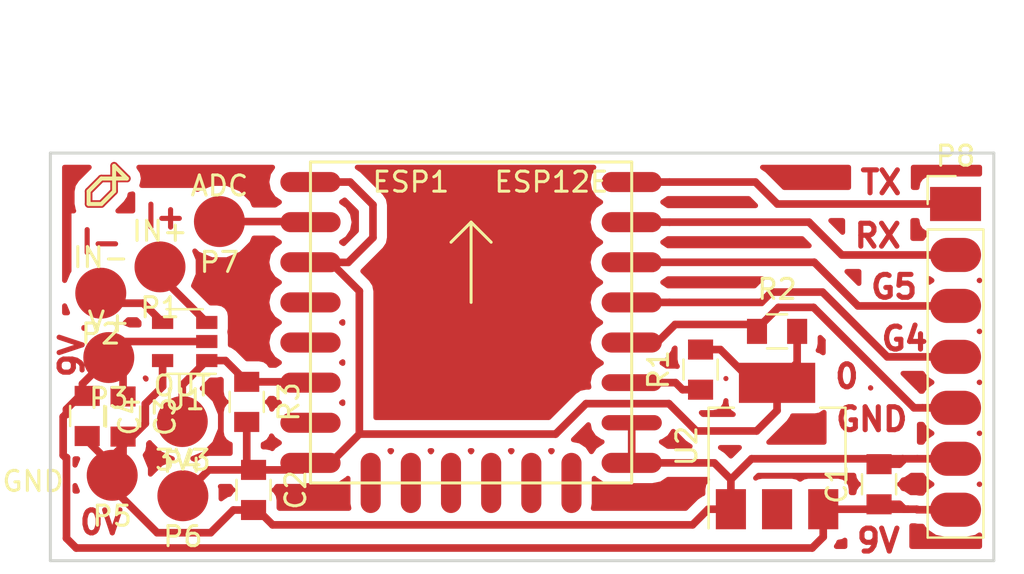
<source format=kicad_pcb>
(kicad_pcb (version 4) (host pcbnew 4.0.5-e0-6337~49~ubuntu16.04.1)

  (general
    (links 37)
    (no_connects 1)
    (area 50.575191 49.773999 102.091715 79.211)
    (thickness 1.6)
    (drawings 24)
    (tracks 133)
    (zones 0)
    (modules 18)
    (nets 23)
  )

  (page User 150.012 150.012)
  (layers
    (0 F.Cu signal)
    (31 B.Cu signal)
    (32 B.Adhes user)
    (33 F.Adhes user)
    (34 B.Paste user)
    (35 F.Paste user)
    (36 B.SilkS user)
    (37 F.SilkS user)
    (38 B.Mask user)
    (39 F.Mask user)
    (40 Dwgs.User user)
    (41 Cmts.User user)
    (42 Eco1.User user)
    (43 Eco2.User user)
    (44 Edge.Cuts user)
    (45 Margin user)
    (46 B.CrtYd user)
    (47 F.CrtYd user)
    (48 B.Fab user)
    (49 F.Fab user)
  )

  (setup
    (last_trace_width 0.381)
    (trace_clearance 0.381)
    (zone_clearance 0.508)
    (zone_45_only no)
    (trace_min 0.2)
    (segment_width 0.2)
    (edge_width 0.15)
    (via_size 0.6)
    (via_drill 0.4)
    (via_min_size 0.4)
    (via_min_drill 0.3)
    (uvia_size 0.3)
    (uvia_drill 0.1)
    (uvias_allowed no)
    (uvia_min_size 0)
    (uvia_min_drill 0)
    (pcb_text_width 0.254)
    (pcb_text_size 1.143 1.143)
    (mod_edge_width 0.15)
    (mod_text_size 1 1)
    (mod_text_width 0.15)
    (pad_size 3 0.762)
    (pad_drill 0)
    (pad_to_mask_clearance 0.2)
    (aux_axis_origin 0 0)
    (visible_elements FFFFFF7F)
    (pcbplotparams
      (layerselection 0x00000_00000001)
      (usegerberextensions false)
      (excludeedgelayer true)
      (linewidth 0.100000)
      (plotframeref false)
      (viasonmask false)
      (mode 1)
      (useauxorigin false)
      (hpglpennumber 1)
      (hpglpenspeed 20)
      (hpglpendiameter 15)
      (hpglpenoverlay 2)
      (psnegative false)
      (psa4output false)
      (plotreference true)
      (plotvalue true)
      (plotinvisibletext false)
      (padsonsilk false)
      (subtractmaskfromsilk false)
      (outputformat 2)
      (mirror false)
      (drillshape 0)
      (scaleselection 1)
      (outputdirectory ""))
  )

  (net 0 "")
  (net 1 +5V)
  (net 2 GND)
  (net 3 +3V3)
  (net 4 "Net-(ESP1-Pad2)")
  (net 5 "Net-(ESP1-Pad4)")
  (net 6 "Net-(ESP1-Pad5)")
  (net 7 "Net-(ESP1-Pad6)")
  (net 8 "Net-(ESP1-Pad7)")
  (net 9 "Net-(ESP1-Pad9)")
  (net 10 "Net-(ESP1-Pad10)")
  (net 11 "Net-(ESP1-Pad11)")
  (net 12 "Net-(ESP1-Pad12)")
  (net 13 "Net-(ESP1-Pad13)")
  (net 14 "Net-(ESP1-Pad14)")
  (net 15 "Net-(ESP1-Pad17)")
  (net 16 "Net-(ESP1-Pad18)")
  (net 17 "Net-(ESP1-Pad19)")
  (net 18 "Net-(ESP1-Pad20)")
  (net 19 "Net-(ESP1-Pad21)")
  (net 20 "Net-(ESP1-Pad22)")
  (net 21 "Net-(P1-Pad1)")
  (net 22 "Net-(P2-Pad1)")

  (net_class Default "This is the default net class."
    (clearance 0.381)
    (trace_width 0.381)
    (via_dia 0.6)
    (via_drill 0.4)
    (uvia_dia 0.3)
    (uvia_drill 0.1)
    (add_net +3V3)
    (add_net +5V)
    (add_net GND)
    (add_net "Net-(ESP1-Pad10)")
    (add_net "Net-(ESP1-Pad11)")
    (add_net "Net-(ESP1-Pad12)")
    (add_net "Net-(ESP1-Pad13)")
    (add_net "Net-(ESP1-Pad14)")
    (add_net "Net-(ESP1-Pad17)")
    (add_net "Net-(ESP1-Pad18)")
    (add_net "Net-(ESP1-Pad19)")
    (add_net "Net-(ESP1-Pad2)")
    (add_net "Net-(ESP1-Pad20)")
    (add_net "Net-(ESP1-Pad21)")
    (add_net "Net-(ESP1-Pad22)")
    (add_net "Net-(ESP1-Pad4)")
    (add_net "Net-(ESP1-Pad5)")
    (add_net "Net-(ESP1-Pad6)")
    (add_net "Net-(ESP1-Pad7)")
    (add_net "Net-(ESP1-Pad9)")
    (add_net "Net-(P1-Pad1)")
    (add_net "Net-(P2-Pad1)")
  )

  (module C_0805 (layer F.Cu) (tedit 5415D6EA) (tstamp 5897D515)
    (at 94.615 74.295 90)
    (descr "Capacitor SMD 0805, reflow soldering, AVX (see smccp.pdf)")
    (tags "capacitor 0805")
    (path /5897C79D)
    (attr smd)
    (fp_text reference C1 (at 0 -2.1 90) (layer F.SilkS)
      (effects (font (size 1 1) (thickness 0.15)))
    )
    (fp_text value 10u (at 0 2.1 90) (layer F.Fab)
      (effects (font (size 1 1) (thickness 0.15)))
    )
    (fp_line (start -1 0.625) (end -1 -0.625) (layer F.Fab) (width 0.1))
    (fp_line (start 1 0.625) (end -1 0.625) (layer F.Fab) (width 0.1))
    (fp_line (start 1 -0.625) (end 1 0.625) (layer F.Fab) (width 0.1))
    (fp_line (start -1 -0.625) (end 1 -0.625) (layer F.Fab) (width 0.1))
    (fp_line (start -1.8 -1) (end 1.8 -1) (layer F.CrtYd) (width 0.05))
    (fp_line (start -1.8 1) (end 1.8 1) (layer F.CrtYd) (width 0.05))
    (fp_line (start -1.8 -1) (end -1.8 1) (layer F.CrtYd) (width 0.05))
    (fp_line (start 1.8 -1) (end 1.8 1) (layer F.CrtYd) (width 0.05))
    (fp_line (start 0.5 -0.85) (end -0.5 -0.85) (layer F.SilkS) (width 0.12))
    (fp_line (start -0.5 0.85) (end 0.5 0.85) (layer F.SilkS) (width 0.12))
    (pad 1 smd rect (at -1 0 90) (size 1 1.25) (layers F.Cu F.Paste F.Mask)
      (net 1 +5V))
    (pad 2 smd rect (at 1 0 90) (size 1 1.25) (layers F.Cu F.Paste F.Mask)
      (net 2 GND))
    (model Capacitors_SMD.3dshapes/C_0805.wrl
      (at (xyz 0 0 0))
      (scale (xyz 1 1 1))
      (rotate (xyz 0 0 0))
    )
  )

  (module C_0805 (layer F.Cu) (tedit 5415D6EA) (tstamp 5897D525)
    (at 63.46 74.58 270)
    (descr "Capacitor SMD 0805, reflow soldering, AVX (see smccp.pdf)")
    (tags "capacitor 0805")
    (path /5897D22A)
    (attr smd)
    (fp_text reference C2 (at 0 -2.1 270) (layer F.SilkS)
      (effects (font (size 1 1) (thickness 0.15)))
    )
    (fp_text value 10u (at 0 2.1 270) (layer F.Fab)
      (effects (font (size 1 1) (thickness 0.15)))
    )
    (fp_line (start -1 0.625) (end -1 -0.625) (layer F.Fab) (width 0.1))
    (fp_line (start 1 0.625) (end -1 0.625) (layer F.Fab) (width 0.1))
    (fp_line (start 1 -0.625) (end 1 0.625) (layer F.Fab) (width 0.1))
    (fp_line (start -1 -0.625) (end 1 -0.625) (layer F.Fab) (width 0.1))
    (fp_line (start -1.8 -1) (end 1.8 -1) (layer F.CrtYd) (width 0.05))
    (fp_line (start -1.8 1) (end 1.8 1) (layer F.CrtYd) (width 0.05))
    (fp_line (start -1.8 -1) (end -1.8 1) (layer F.CrtYd) (width 0.05))
    (fp_line (start 1.8 -1) (end 1.8 1) (layer F.CrtYd) (width 0.05))
    (fp_line (start 0.5 -0.85) (end -0.5 -0.85) (layer F.SilkS) (width 0.12))
    (fp_line (start -0.5 0.85) (end 0.5 0.85) (layer F.SilkS) (width 0.12))
    (pad 1 smd rect (at -1 0 270) (size 1 1.25) (layers F.Cu F.Paste F.Mask)
      (net 3 +3V3))
    (pad 2 smd rect (at 1 0 270) (size 1 1.25) (layers F.Cu F.Paste F.Mask)
      (net 2 GND))
    (model Capacitors_SMD.3dshapes/C_0805.wrl
      (at (xyz 0 0 0))
      (scale (xyz 1 1 1))
      (rotate (xyz 0 0 0))
    )
  )

  (module C_0805 (layer F.Cu) (tedit 5415D6EA) (tstamp 5897D535)
    (at 56.96 70.92 270)
    (descr "Capacitor SMD 0805, reflow soldering, AVX (see smccp.pdf)")
    (tags "capacitor 0805")
    (path /5897D18A)
    (attr smd)
    (fp_text reference C3 (at 0 -2.1 270) (layer F.SilkS)
      (effects (font (size 1 1) (thickness 0.15)))
    )
    (fp_text value .1 (at -0.19878 0.21894 270) (layer F.Fab)
      (effects (font (size 1 1) (thickness 0.15)))
    )
    (fp_line (start -1 0.625) (end -1 -0.625) (layer F.Fab) (width 0.1))
    (fp_line (start 1 0.625) (end -1 0.625) (layer F.Fab) (width 0.1))
    (fp_line (start 1 -0.625) (end 1 0.625) (layer F.Fab) (width 0.1))
    (fp_line (start -1 -0.625) (end 1 -0.625) (layer F.Fab) (width 0.1))
    (fp_line (start -1.8 -1) (end 1.8 -1) (layer F.CrtYd) (width 0.05))
    (fp_line (start -1.8 1) (end 1.8 1) (layer F.CrtYd) (width 0.05))
    (fp_line (start -1.8 -1) (end -1.8 1) (layer F.CrtYd) (width 0.05))
    (fp_line (start 1.8 -1) (end 1.8 1) (layer F.CrtYd) (width 0.05))
    (fp_line (start 0.5 -0.85) (end -0.5 -0.85) (layer F.SilkS) (width 0.12))
    (fp_line (start -0.5 0.85) (end 0.5 0.85) (layer F.SilkS) (width 0.12))
    (pad 1 smd rect (at -1 0 270) (size 1 1.25) (layers F.Cu F.Paste F.Mask)
      (net 1 +5V))
    (pad 2 smd rect (at 1 0 270) (size 1 1.25) (layers F.Cu F.Paste F.Mask)
      (net 2 GND))
    (model Capacitors_SMD.3dshapes/C_0805.wrl
      (at (xyz 0 0 0))
      (scale (xyz 1 1 1))
      (rotate (xyz 0 0 0))
    )
  )

  (module C_0805 (layer F.Cu) (tedit 5415D6EA) (tstamp 5897D545)
    (at 55.17388 70.8914 270)
    (descr "Capacitor SMD 0805, reflow soldering, AVX (see smccp.pdf)")
    (tags "capacitor 0805")
    (path /5897D035)
    (attr smd)
    (fp_text reference C4 (at 0 -2.1 270) (layer F.SilkS)
      (effects (font (size 1 1) (thickness 0.15)))
    )
    (fp_text value .1 (at 0 2.1 270) (layer F.Fab)
      (effects (font (size 1 1) (thickness 0.15)))
    )
    (fp_line (start -1 0.625) (end -1 -0.625) (layer F.Fab) (width 0.1))
    (fp_line (start 1 0.625) (end -1 0.625) (layer F.Fab) (width 0.1))
    (fp_line (start 1 -0.625) (end 1 0.625) (layer F.Fab) (width 0.1))
    (fp_line (start -1 -0.625) (end 1 -0.625) (layer F.Fab) (width 0.1))
    (fp_line (start -1.8 -1) (end 1.8 -1) (layer F.CrtYd) (width 0.05))
    (fp_line (start -1.8 1) (end 1.8 1) (layer F.CrtYd) (width 0.05))
    (fp_line (start -1.8 -1) (end -1.8 1) (layer F.CrtYd) (width 0.05))
    (fp_line (start 1.8 -1) (end 1.8 1) (layer F.CrtYd) (width 0.05))
    (fp_line (start 0.5 -0.85) (end -0.5 -0.85) (layer F.SilkS) (width 0.12))
    (fp_line (start -0.5 0.85) (end 0.5 0.85) (layer F.SilkS) (width 0.12))
    (pad 1 smd rect (at -1 0 270) (size 1 1.25) (layers F.Cu F.Paste F.Mask)
      (net 1 +5V))
    (pad 2 smd rect (at 1 0 270) (size 1 1.25) (layers F.Cu F.Paste F.Mask)
      (net 2 GND))
    (model Capacitors_SMD.3dshapes/C_0805.wrl
      (at (xyz 0 0 0))
      (scale (xyz 1 1 1))
      (rotate (xyz 0 0 0))
    )
  )

  (module ESP12E (layer F.Cu) (tedit 5897C1F9) (tstamp 5897D569)
    (at 74.295 62.23)
    (path /5897BC42)
    (fp_text reference ESP1 (at -3 -3) (layer F.SilkS)
      (effects (font (size 1 1) (thickness 0.15)))
    )
    (fp_text value ESP12E (at 4 -3) (layer F.SilkS)
      (effects (font (size 1 1) (thickness 0.15)))
    )
    (fp_line (start 0 -1) (end -1 0) (layer F.SilkS) (width 0.15))
    (fp_line (start 0 -1) (end 1 0) (layer F.SilkS) (width 0.15))
    (fp_line (start 0 -1) (end 0 3) (layer F.SilkS) (width 0.15))
    (fp_line (start -8 12) (end -8 -4) (layer F.SilkS) (width 0.15))
    (fp_line (start -8 -4) (end 8 -4) (layer F.SilkS) (width 0.15))
    (fp_line (start 8 -4) (end 8 12) (layer F.SilkS) (width 0.15))
    (fp_line (start 8 -12) (end -8 -12) (layer Dwgs.User) (width 0.15))
    (fp_line (start -8 -12) (end -8 12) (layer Dwgs.User) (width 0.15))
    (fp_line (start -8 12) (end 8 12) (layer F.SilkS) (width 0.15))
    (fp_line (start 8 12) (end 8 -12) (layer Dwgs.User) (width 0.15))
    (pad 1 smd oval (at -8 -3) (size 3 1) (layers F.Cu F.Paste F.Mask)
      (net 3 +3V3))
    (pad 2 smd oval (at -8 -1) (size 3 1) (layers F.Cu F.Paste F.Mask)
      (net 4 "Net-(ESP1-Pad2)"))
    (pad 3 smd oval (at -8 1) (size 3 1) (layers F.Cu F.Paste F.Mask)
      (net 3 +3V3))
    (pad 4 smd oval (at -8 3) (size 3 1) (layers F.Cu F.Paste F.Mask)
      (net 5 "Net-(ESP1-Pad4)"))
    (pad 5 smd oval (at -8 5) (size 3 1) (layers F.Cu F.Paste F.Mask)
      (net 6 "Net-(ESP1-Pad5)"))
    (pad 6 smd oval (at -8 7) (size 3 1) (layers F.Cu F.Paste F.Mask)
      (net 7 "Net-(ESP1-Pad6)"))
    (pad 7 smd oval (at -8 9) (size 3 1) (layers F.Cu F.Paste F.Mask)
      (net 8 "Net-(ESP1-Pad7)"))
    (pad 8 smd oval (at -8 11) (size 3 1) (layers F.Cu F.Paste F.Mask)
      (net 3 +3V3))
    (pad 9 smd oval (at -5 12 90) (size 3 1) (layers F.Cu F.Paste F.Mask)
      (net 9 "Net-(ESP1-Pad9)"))
    (pad 10 smd oval (at -3 12 90) (size 3 1) (layers F.Cu F.Paste F.Mask)
      (net 10 "Net-(ESP1-Pad10)"))
    (pad 11 smd oval (at -1 12 90) (size 3 1) (layers F.Cu F.Paste F.Mask)
      (net 11 "Net-(ESP1-Pad11)"))
    (pad 12 smd oval (at 1 12 90) (size 3 1) (layers F.Cu F.Paste F.Mask)
      (net 12 "Net-(ESP1-Pad12)"))
    (pad 13 smd oval (at 3 12 90) (size 3 1) (layers F.Cu F.Paste F.Mask)
      (net 13 "Net-(ESP1-Pad13)"))
    (pad 14 smd oval (at 5 12 90) (size 3 1) (layers F.Cu F.Paste F.Mask)
      (net 14 "Net-(ESP1-Pad14)"))
    (pad 15 smd oval (at 8 11 180) (size 3 1) (layers F.Cu F.Paste F.Mask)
      (net 2 GND))
    (pad 16 smd oval (at 8 9 180) (size 3 0.762) (layers F.Cu F.Paste F.Mask)
      (net 2 GND))
    (pad 17 smd oval (at 8 7 180) (size 3 0.8382) (layers F.Cu F.Paste F.Mask)
      (net 15 "Net-(ESP1-Pad17)"))
    (pad 18 smd oval (at 8 5 180) (size 3 1) (layers F.Cu F.Paste F.Mask)
      (net 16 "Net-(ESP1-Pad18)"))
    (pad 19 smd oval (at 8 3 180) (size 3 1) (layers F.Cu F.Paste F.Mask)
      (net 17 "Net-(ESP1-Pad19)"))
    (pad 20 smd oval (at 8 1 180) (size 3 1) (layers F.Cu F.Paste F.Mask)
      (net 18 "Net-(ESP1-Pad20)"))
    (pad 21 smd oval (at 8 -1 180) (size 3 1) (layers F.Cu F.Paste F.Mask)
      (net 19 "Net-(ESP1-Pad21)"))
    (pad 22 smd oval (at 8 -3 180) (size 3 1) (layers F.Cu F.Paste F.Mask)
      (net 20 "Net-(ESP1-Pad22)"))
  )

  (module SMTPIN.1 (layer F.Cu) (tedit 57BF4F3C) (tstamp 5897D56E)
    (at 58.8 63.46)
    (path /5897C54A)
    (fp_text reference P1 (at 0 2.032) (layer F.SilkS)
      (effects (font (size 1 1) (thickness 0.15)))
    )
    (fp_text value IN+ (at 0 -1.778) (layer F.SilkS)
      (effects (font (size 1 1) (thickness 0.15)))
    )
    (pad 1 smd circle (at 0 0) (size 2.54 2.54) (layers F.Cu F.Paste F.Mask)
      (net 21 "Net-(P1-Pad1)"))
  )

  (module SMTPIN.1 (layer F.Cu) (tedit 57BF4F3C) (tstamp 5897D573)
    (at 55.85 64.77)
    (path /5897C5B4)
    (fp_text reference P2 (at 0 2.032) (layer F.SilkS)
      (effects (font (size 1 1) (thickness 0.15)))
    )
    (fp_text value IN- (at 0 -1.778) (layer F.SilkS)
      (effects (font (size 1 1) (thickness 0.15)))
    )
    (pad 1 smd circle (at 0 0) (size 2.54 2.54) (layers F.Cu F.Paste F.Mask)
      (net 22 "Net-(P2-Pad1)"))
  )

  (module SMTPIN.1 (layer F.Cu) (tedit 57BF4F3C) (tstamp 5897D578)
    (at 56.25 67.98)
    (path /5897C262)
    (fp_text reference P3 (at 0 2.032) (layer F.SilkS)
      (effects (font (size 1 1) (thickness 0.15)))
    )
    (fp_text value V+ (at 0 -1.778) (layer F.SilkS)
      (effects (font (size 1 1) (thickness 0.15)))
    )
    (pad 1 smd circle (at 0 0) (size 2.54 2.54) (layers F.Cu F.Paste F.Mask)
      (net 1 +5V))
  )

  (module SMTPIN.1 (layer F.Cu) (tedit 57BF4F3C) (tstamp 5897D57D)
    (at 59.91 71.17)
    (path /5897C4D0)
    (fp_text reference P4 (at 0 2.032) (layer F.SilkS)
      (effects (font (size 1 1) (thickness 0.15)))
    )
    (fp_text value OUT (at 0 -1.778) (layer F.SilkS)
      (effects (font (size 1 1) (thickness 0.15)))
    )
    (pad 1 smd circle (at 0 0) (size 2.54 2.54) (layers F.Cu F.Paste F.Mask)
      (net 7 "Net-(ESP1-Pad6)"))
  )

  (module SMTPIN.1 (layer F.Cu) (tedit 57BF4F3C) (tstamp 5897D582)
    (at 56.42 73.85)
    (path /5897C119)
    (fp_text reference P5 (at 0 2.032) (layer F.SilkS)
      (effects (font (size 1 1) (thickness 0.15)))
    )
    (fp_text value GND (at -3.94 0.3) (layer F.SilkS)
      (effects (font (size 1 1) (thickness 0.15)))
    )
    (pad 1 smd circle (at 0 0) (size 2.54 2.54) (layers F.Cu F.Paste F.Mask)
      (net 2 GND))
  )

  (module SMTPIN.1 (layer F.Cu) (tedit 57BF4F3C) (tstamp 5897D587)
    (at 59.94 74.87)
    (path /5897C03F)
    (fp_text reference P6 (at 0 2.032) (layer F.SilkS)
      (effects (font (size 1 1) (thickness 0.15)))
    )
    (fp_text value 3V3 (at 0 -1.778) (layer F.SilkS)
      (effects (font (size 1 1) (thickness 0.15)))
    )
    (pad 1 smd circle (at 0 0) (size 2.54 2.54) (layers F.Cu F.Paste F.Mask)
      (net 3 +3V3))
  )

  (module SMTPIN.1 (layer F.Cu) (tedit 57BF4F3C) (tstamp 5897D58C)
    (at 61.76 61.2)
    (path /5897BFD3)
    (fp_text reference P7 (at 0 2.032) (layer F.SilkS)
      (effects (font (size 1 1) (thickness 0.15)))
    )
    (fp_text value ADC (at 0 -1.778) (layer F.SilkS)
      (effects (font (size 1 1) (thickness 0.15)))
    )
    (pad 1 smd circle (at 0 0) (size 2.54 2.54) (layers F.Cu F.Paste F.Mask)
      (net 4 "Net-(ESP1-Pad2)"))
  )

  (module Pin_Header_Straight_1x07_Pitch2.54mm (layer F.Cu) (tedit 5897C0D2) (tstamp 5897D5A5)
    (at 98.425 60.325)
    (descr "Through hole straight pin header, 1x07, 2.54mm pitch, single row")
    (tags "Through hole pin header THT 1x07 2.54mm single row")
    (path /5897C067)
    (fp_text reference P8 (at 0 -2.39) (layer F.SilkS)
      (effects (font (size 1 1) (thickness 0.15)))
    )
    (fp_text value PGM_ETC (at 0 17.63) (layer F.Fab)
      (effects (font (size 1 1) (thickness 0.15)))
    )
    (fp_line (start -1.27 -1.27) (end -1.27 16.51) (layer F.Fab) (width 0.1))
    (fp_line (start -1.27 16.51) (end 1.27 16.51) (layer F.Fab) (width 0.1))
    (fp_line (start 1.27 16.51) (end 1.27 -1.27) (layer F.Fab) (width 0.1))
    (fp_line (start 1.27 -1.27) (end -1.27 -1.27) (layer F.Fab) (width 0.1))
    (fp_line (start -1.39 1.27) (end -1.39 16.63) (layer F.SilkS) (width 0.12))
    (fp_line (start -1.39 16.63) (end 1.39 16.63) (layer F.SilkS) (width 0.12))
    (fp_line (start 1.39 16.63) (end 1.39 1.27) (layer F.SilkS) (width 0.12))
    (fp_line (start 1.39 1.27) (end -1.39 1.27) (layer F.SilkS) (width 0.12))
    (fp_line (start -1.39 0) (end -1.39 -1.39) (layer F.SilkS) (width 0.12))
    (fp_line (start -1.39 -1.39) (end 0 -1.39) (layer F.SilkS) (width 0.12))
    (fp_line (start -1.6 -1.6) (end -1.6 16.8) (layer F.CrtYd) (width 0.05))
    (fp_line (start -1.6 16.8) (end 1.6 16.8) (layer F.CrtYd) (width 0.05))
    (fp_line (start 1.6 16.8) (end 1.6 -1.6) (layer F.CrtYd) (width 0.05))
    (fp_line (start 1.6 -1.6) (end -1.6 -1.6) (layer F.CrtYd) (width 0.05))
    (pad 1 smd rect (at 0 0) (size 2.54 1.7) (layers F.Cu F.Paste F.Mask)
      (net 20 "Net-(ESP1-Pad22)"))
    (pad 2 smd oval (at 0 2.54) (size 2.54 1.7) (layers F.Cu F.Paste F.Mask)
      (net 19 "Net-(ESP1-Pad21)"))
    (pad 3 smd oval (at 0 5.08) (size 2.54 1.7) (layers F.Cu F.Paste F.Mask)
      (net 18 "Net-(ESP1-Pad20)"))
    (pad 4 smd oval (at 0 7.62) (size 2.54 1.7) (layers F.Cu F.Paste F.Mask)
      (net 17 "Net-(ESP1-Pad19)"))
    (pad 5 smd oval (at 0 10.16) (size 2.54 1.7) (layers F.Cu F.Paste F.Mask)
      (net 16 "Net-(ESP1-Pad18)"))
    (pad 6 smd oval (at 0 12.7) (size 2.54 1.7) (layers F.Cu F.Paste F.Mask)
      (net 2 GND))
    (pad 7 smd oval (at 0 15.24) (size 2.54 1.7) (layers F.Cu F.Paste F.Mask)
      (net 1 +5V))
    (model Pin_Headers.3dshapes/Pin_Header_Straight_1x07_Pitch2.54mm.wrl
      (at (xyz 0 -0.3 0))
      (scale (xyz 1 1 1))
      (rotate (xyz 0 0 90))
    )
  )

  (module C_0805 (layer F.Cu) (tedit 5415D6EA) (tstamp 5897D5B5)
    (at 85.725 68.58 90)
    (descr "Capacitor SMD 0805, reflow soldering, AVX (see smccp.pdf)")
    (tags "capacitor 0805")
    (path /5897BDCA)
    (attr smd)
    (fp_text reference R1 (at 0 -2.1 90) (layer F.SilkS)
      (effects (font (size 1 1) (thickness 0.15)))
    )
    (fp_text value 10k (at 0 2.1 90) (layer F.Fab)
      (effects (font (size 1 1) (thickness 0.15)))
    )
    (fp_line (start -1 0.625) (end -1 -0.625) (layer F.Fab) (width 0.1))
    (fp_line (start 1 0.625) (end -1 0.625) (layer F.Fab) (width 0.1))
    (fp_line (start 1 -0.625) (end 1 0.625) (layer F.Fab) (width 0.1))
    (fp_line (start -1 -0.625) (end 1 -0.625) (layer F.Fab) (width 0.1))
    (fp_line (start -1.8 -1) (end 1.8 -1) (layer F.CrtYd) (width 0.05))
    (fp_line (start -1.8 1) (end 1.8 1) (layer F.CrtYd) (width 0.05))
    (fp_line (start -1.8 -1) (end -1.8 1) (layer F.CrtYd) (width 0.05))
    (fp_line (start 1.8 -1) (end 1.8 1) (layer F.CrtYd) (width 0.05))
    (fp_line (start 0.5 -0.85) (end -0.5 -0.85) (layer F.SilkS) (width 0.12))
    (fp_line (start -0.5 0.85) (end 0.5 0.85) (layer F.SilkS) (width 0.12))
    (pad 1 smd rect (at -1 0 90) (size 1 1.25) (layers F.Cu F.Paste F.Mask)
      (net 15 "Net-(ESP1-Pad17)"))
    (pad 2 smd rect (at 1 0 90) (size 1 1.25) (layers F.Cu F.Paste F.Mask)
      (net 3 +3V3))
    (model Capacitors_SMD.3dshapes/C_0805.wrl
      (at (xyz 0 0 0))
      (scale (xyz 1 1 1))
      (rotate (xyz 0 0 0))
    )
  )

  (module C_0805 (layer F.Cu) (tedit 5415D6EA) (tstamp 5897D5C5)
    (at 89.535 66.675)
    (descr "Capacitor SMD 0805, reflow soldering, AVX (see smccp.pdf)")
    (tags "capacitor 0805")
    (path /5897BD51)
    (attr smd)
    (fp_text reference R2 (at 0 -2.1) (layer F.SilkS)
      (effects (font (size 1 1) (thickness 0.15)))
    )
    (fp_text value 10k (at 0 2.1) (layer F.Fab)
      (effects (font (size 1 1) (thickness 0.15)))
    )
    (fp_line (start -1 0.625) (end -1 -0.625) (layer F.Fab) (width 0.1))
    (fp_line (start 1 0.625) (end -1 0.625) (layer F.Fab) (width 0.1))
    (fp_line (start 1 -0.625) (end 1 0.625) (layer F.Fab) (width 0.1))
    (fp_line (start -1 -0.625) (end 1 -0.625) (layer F.Fab) (width 0.1))
    (fp_line (start -1.8 -1) (end 1.8 -1) (layer F.CrtYd) (width 0.05))
    (fp_line (start -1.8 1) (end 1.8 1) (layer F.CrtYd) (width 0.05))
    (fp_line (start -1.8 -1) (end -1.8 1) (layer F.CrtYd) (width 0.05))
    (fp_line (start 1.8 -1) (end 1.8 1) (layer F.CrtYd) (width 0.05))
    (fp_line (start 0.5 -0.85) (end -0.5 -0.85) (layer F.SilkS) (width 0.12))
    (fp_line (start -0.5 0.85) (end 0.5 0.85) (layer F.SilkS) (width 0.12))
    (pad 1 smd rect (at -1 0) (size 1 1.25) (layers F.Cu F.Paste F.Mask)
      (net 16 "Net-(ESP1-Pad18)"))
    (pad 2 smd rect (at 1 0) (size 1 1.25) (layers F.Cu F.Paste F.Mask)
      (net 3 +3V3))
    (model Capacitors_SMD.3dshapes/C_0805.wrl
      (at (xyz 0 0 0))
      (scale (xyz 1 1 1))
      (rotate (xyz 0 0 0))
    )
  )

  (module TO_SOT_Packages_SMD:SOT-223 (layer F.Cu) (tedit 5883B228) (tstamp 5897D5DA)
    (at 89.535 72.39 90)
    (descr "module CMS SOT223 4 pins")
    (tags "CMS SOT")
    (path /5897BC6C)
    (attr smd)
    (fp_text reference U2 (at 0 -4.5 90) (layer F.SilkS)
      (effects (font (size 1 1) (thickness 0.15)))
    )
    (fp_text value AP1117 (at 0 4.5 90) (layer F.Fab)
      (effects (font (size 1 1) (thickness 0.15)))
    )
    (fp_line (start -1.85 -2.3) (end -0.8 -3.35) (layer F.Fab) (width 0.1))
    (fp_line (start 1.91 3.41) (end 1.91 2.15) (layer F.SilkS) (width 0.12))
    (fp_line (start 1.91 -3.41) (end 1.91 -2.15) (layer F.SilkS) (width 0.12))
    (fp_line (start 4.4 -3.6) (end -4.4 -3.6) (layer F.CrtYd) (width 0.05))
    (fp_line (start 4.4 3.6) (end 4.4 -3.6) (layer F.CrtYd) (width 0.05))
    (fp_line (start -4.4 3.6) (end 4.4 3.6) (layer F.CrtYd) (width 0.05))
    (fp_line (start -4.4 -3.6) (end -4.4 3.6) (layer F.CrtYd) (width 0.05))
    (fp_line (start -1.85 -2.3) (end -1.85 3.35) (layer F.Fab) (width 0.1))
    (fp_line (start -1.85 3.41) (end 1.91 3.41) (layer F.SilkS) (width 0.12))
    (fp_line (start -0.8 -3.35) (end 1.85 -3.35) (layer F.Fab) (width 0.1))
    (fp_line (start -4.1 -3.41) (end 1.91 -3.41) (layer F.SilkS) (width 0.12))
    (fp_line (start -1.85 3.35) (end 1.85 3.35) (layer F.Fab) (width 0.1))
    (fp_line (start 1.85 -3.35) (end 1.85 3.35) (layer F.Fab) (width 0.1))
    (pad 4 smd rect (at 3.15 0 90) (size 2 3.8) (layers F.Cu F.Paste F.Mask)
      (net 3 +3V3))
    (pad 2 smd rect (at -3.15 0 90) (size 2 1.5) (layers F.Cu F.Paste F.Mask)
      (net 3 +3V3))
    (pad 3 smd rect (at -3.15 2.3 90) (size 2 1.5) (layers F.Cu F.Paste F.Mask)
      (net 1 +5V))
    (pad 1 smd rect (at -3.15 -2.3 90) (size 2 1.5) (layers F.Cu F.Paste F.Mask)
      (net 2 GND))
    (model TO_SOT_Packages_SMD.3dshapes/SOT-223.wrl
      (at (xyz 0 0 0))
      (scale (xyz 0.4 0.4 0.4))
      (rotate (xyz 0 0 90))
    )
  )

  (module SOT-23-5 (layer F.Cu) (tedit 5883B1A6) (tstamp 5897E6FE)
    (at 60.03 67.18 180)
    (descr "5-pin SOT23 package")
    (tags SOT-23-5)
    (path /5897DF60)
    (attr smd)
    (fp_text reference U1 (at 0 -2.9 180) (layer F.SilkS)
      (effects (font (size 1 1) (thickness 0.15)))
    )
    (fp_text value COMP-MIC7721 (at 0 2.9 180) (layer F.Fab)
      (effects (font (size 1 1) (thickness 0.15)))
    )
    (fp_line (start -0.9 1.61) (end 0.9 1.61) (layer F.SilkS) (width 0.12))
    (fp_line (start 0.9 -1.61) (end -1.55 -1.61) (layer F.SilkS) (width 0.12))
    (fp_line (start -1.9 -1.8) (end 1.9 -1.8) (layer F.CrtYd) (width 0.05))
    (fp_line (start 1.9 -1.8) (end 1.9 1.8) (layer F.CrtYd) (width 0.05))
    (fp_line (start 1.9 1.8) (end -1.9 1.8) (layer F.CrtYd) (width 0.05))
    (fp_line (start -1.9 1.8) (end -1.9 -1.8) (layer F.CrtYd) (width 0.05))
    (fp_line (start -0.9 -0.9) (end -0.25 -1.55) (layer F.Fab) (width 0.1))
    (fp_line (start 0.9 -1.55) (end -0.25 -1.55) (layer F.Fab) (width 0.1))
    (fp_line (start -0.9 -0.9) (end -0.9 1.55) (layer F.Fab) (width 0.1))
    (fp_line (start 0.9 1.55) (end -0.9 1.55) (layer F.Fab) (width 0.1))
    (fp_line (start 0.9 -1.55) (end 0.9 1.55) (layer F.Fab) (width 0.1))
    (pad 1 smd rect (at -1.1 -0.95 180) (size 1.06 0.65) (layers F.Cu F.Paste F.Mask)
      (net 7 "Net-(ESP1-Pad6)"))
    (pad 2 smd rect (at -1.1 0 180) (size 1.06 0.65) (layers F.Cu F.Paste F.Mask)
      (net 1 +5V))
    (pad 3 smd rect (at -1.1 0.95 180) (size 1.06 0.65) (layers F.Cu F.Paste F.Mask)
      (net 21 "Net-(P1-Pad1)"))
    (pad 4 smd rect (at 1.1 0.95 180) (size 1.06 0.65) (layers F.Cu F.Paste F.Mask)
      (net 22 "Net-(P2-Pad1)"))
    (pad 5 smd rect (at 1.1 -0.95 180) (size 1.06 0.65) (layers F.Cu F.Paste F.Mask)
      (net 2 GND))
    (model TO_SOT_Packages_SMD.3dshapes/SOT-23-5.wrl
      (at (xyz 0 0 0))
      (scale (xyz 1 1 1))
      (rotate (xyz 0 0 0))
    )
  )

  (module C_0805 (layer F.Cu) (tedit 5415D6EA) (tstamp 5897E72D)
    (at 63.12 70.19 270)
    (descr "Capacitor SMD 0805, reflow soldering, AVX (see smccp.pdf)")
    (tags "capacitor 0805")
    (path /5897DBC9)
    (attr smd)
    (fp_text reference R3 (at 0 -2.1 270) (layer F.SilkS)
      (effects (font (size 1 1) (thickness 0.15)))
    )
    (fp_text value 10k (at 0 2.1 270) (layer F.Fab)
      (effects (font (size 1 1) (thickness 0.15)))
    )
    (fp_line (start -1 0.625) (end -1 -0.625) (layer F.Fab) (width 0.1))
    (fp_line (start 1 0.625) (end -1 0.625) (layer F.Fab) (width 0.1))
    (fp_line (start 1 -0.625) (end 1 0.625) (layer F.Fab) (width 0.1))
    (fp_line (start -1 -0.625) (end 1 -0.625) (layer F.Fab) (width 0.1))
    (fp_line (start -1.8 -1) (end 1.8 -1) (layer F.CrtYd) (width 0.05))
    (fp_line (start -1.8 1) (end 1.8 1) (layer F.CrtYd) (width 0.05))
    (fp_line (start -1.8 -1) (end -1.8 1) (layer F.CrtYd) (width 0.05))
    (fp_line (start 1.8 -1) (end 1.8 1) (layer F.CrtYd) (width 0.05))
    (fp_line (start 0.5 -0.85) (end -0.5 -0.85) (layer F.SilkS) (width 0.12))
    (fp_line (start -0.5 0.85) (end 0.5 0.85) (layer F.SilkS) (width 0.12))
    (pad 1 smd rect (at -1 0 270) (size 1 1.25) (layers F.Cu F.Paste F.Mask)
      (net 7 "Net-(ESP1-Pad6)"))
    (pad 2 smd rect (at 1 0 270) (size 1 1.25) (layers F.Cu F.Paste F.Mask)
      (net 3 +3V3))
    (model Capacitors_SMD.3dshapes/C_0805.wrl
      (at (xyz 0 0 0))
      (scale (xyz 1 1 1))
      (rotate (xyz 0 0 0))
    )
  )

  (gr_line (start 100.33 78.105) (end 100.33 57.785) (layer Edge.Cuts) (width 0.15))
  (gr_line (start 53.34 78.105) (end 100.33 78.105) (layer Edge.Cuts) (width 0.15))
  (gr_line (start 53.34 57.785) (end 53.34 78.105) (layer Edge.Cuts) (width 0.15))
  (gr_line (start 100.33 57.785) (end 53.34 57.785) (layer Edge.Cuts) (width 0.15))
  (gr_text 0V (at 55.88 76.2 360) (layer F.Cu)
    (effects (font (size 1.143 1.143) (thickness 0.254)))
  )
  (gr_text 9V (at 54.40426 67.89166 90) (layer F.Cu)
    (effects (font (size 1.143 1.143) (thickness 0.254)))
  )
  (gr_text I- (at 55.88 62.23) (layer F.Cu)
    (effects (font (size 1.143 1.143) (thickness 0.254)))
  )
  (gr_text I+ (at 59.055 60.96) (layer F.Cu)
    (effects (font (size 1.143 1.143) (thickness 0.254)))
  )
  (gr_line (start 55.88 60.325) (end 55.245 60.325) (layer F.SilkS) (width 0.2))
  (gr_line (start 56.515 59.69) (end 55.88 60.325) (layer F.SilkS) (width 0.2))
  (gr_line (start 56.515 59.055) (end 56.515 59.69) (layer F.SilkS) (width 0.2))
  (gr_line (start 57.15 59.055) (end 56.515 59.055) (layer F.SilkS) (width 0.2))
  (gr_line (start 56.515 58.42) (end 57.15 59.055) (layer F.SilkS) (width 0.2))
  (gr_line (start 56.515 59.055) (end 56.515 58.42) (layer F.SilkS) (width 0.2))
  (gr_line (start 55.88 59.055) (end 56.515 59.055) (layer F.SilkS) (width 0.2))
  (gr_line (start 55.245 59.69) (end 55.88 59.055) (layer F.SilkS) (width 0.2))
  (gr_line (start 55.245 60.325) (end 55.245 59.69) (layer F.SilkS) (width 0.2))
  (gr_text TX (at 94.71 59.25) (layer F.Cu)
    (effects (font (size 1.143 1.143) (thickness 0.254)))
  )
  (gr_text RX (at 94.55 61.91) (layer F.Cu)
    (effects (font (size 1.143 1.143) (thickness 0.254)))
  )
  (gr_text G5 (at 95.36 64.46) (layer F.Cu)
    (effects (font (size 1.143 1.143) (thickness 0.254)))
  )
  (gr_text G4 (at 95.89 67.04) (layer F.Cu)
    (effects (font (size 1.143 1.143) (thickness 0.254)))
  )
  (gr_text 0 (at 93.01 68.81 180) (layer F.Cu)
    (effects (font (size 1.143 1.143) (thickness 0.254)))
  )
  (gr_text 9V (at 94.58 77.11) (layer F.Cu)
    (effects (font (size 1.143 1.143) (thickness 0.254)))
  )
  (gr_text GND (at 94.25 71.06) (layer F.Cu)
    (effects (font (size 1.143 1.143) (thickness 0.254)))
  )

  (segment (start 55.245 59.69) (end 55.88 59.055) (width 0.381) (layer F.Cu) (net 0))
  (segment (start 55.245 60.325) (end 55.245 59.69) (width 0.381) (layer F.Cu) (net 0))
  (segment (start 55.88 60.325) (end 55.245 60.325) (width 0.381) (layer F.Cu) (net 0))
  (segment (start 56.515 59.69) (end 55.88 60.325) (width 0.381) (layer F.Cu) (net 0))
  (segment (start 56.515 58.42) (end 56.515 59.69) (width 0.381) (layer F.Cu) (net 0))
  (segment (start 57.15 59.055) (end 56.515 58.42) (width 0.381) (layer F.Cu) (net 0))
  (segment (start 55.88 59.055) (end 57.15 59.055) (width 0.381) (layer F.Cu) (net 0))
  (segment (start 91.835 75.54) (end 91.835 76.921) (width 0.381) (layer F.Cu) (net 1))
  (segment (start 91.835 76.921) (end 91.282488 77.473512) (width 0.381) (layer F.Cu) (net 1))
  (segment (start 91.282488 77.473512) (end 54.626398 77.473512) (width 0.381) (layer F.Cu) (net 1))
  (segment (start 54.626398 77.473512) (end 54.142999 76.990113) (width 0.381) (layer F.Cu) (net 1))
  (segment (start 53.977379 70.934199) (end 54.091679 70.819899) (width 0.381) (layer F.Cu) (net 1))
  (segment (start 54.142999 76.990113) (end 54.142999 72.962901) (width 0.381) (layer F.Cu) (net 1))
  (segment (start 54.091679 72.962901) (end 53.977379 72.848601) (width 0.381) (layer F.Cu) (net 1))
  (segment (start 54.142999 72.962901) (end 54.091679 72.962901) (width 0.381) (layer F.Cu) (net 1))
  (segment (start 53.977379 72.848601) (end 53.977379 70.934199) (width 0.381) (layer F.Cu) (net 1))
  (segment (start 54.091679 70.819899) (end 54.142999 70.819899) (width 0.381) (layer F.Cu) (net 1))
  (segment (start 54.142999 70.819899) (end 54.142999 70.552001) (width 0.381) (layer F.Cu) (net 1))
  (segment (start 54.142999 70.552001) (end 54.815 69.88) (width 0.381) (layer F.Cu) (net 1))
  (segment (start 54.94 69.88) (end 54.94 69.29) (width 0.381) (layer F.Cu) (net 1))
  (segment (start 54.815 69.88) (end 54.94 69.88) (width 0.381) (layer F.Cu) (net 1))
  (segment (start 54.94 69.29) (end 56.25 67.98) (width 0.381) (layer F.Cu) (net 1))
  (segment (start 56.25 67.98) (end 57.05 67.18) (width 0.381) (layer F.Cu) (net 1))
  (segment (start 57.05 67.18) (end 61.13 67.18) (width 0.381) (layer F.Cu) (net 1))
  (segment (start 56.96 69.92) (end 56.96 68.69) (width 0.381) (layer F.Cu) (net 1))
  (segment (start 56.96 68.69) (end 56.25 67.98) (width 0.381) (layer F.Cu) (net 1))
  (segment (start 96.495 75.54) (end 96.06 75.54) (width 0.381) (layer F.Cu) (net 1))
  (segment (start 96.06 75.54) (end 91.835 75.54) (width 0.381) (layer F.Cu) (net 1))
  (segment (start 94.615 75.295) (end 95.621 75.295) (width 0.381) (layer F.Cu) (net 1))
  (segment (start 95.621 75.295) (end 95.866 75.54) (width 0.381) (layer F.Cu) (net 1))
  (segment (start 95.866 75.54) (end 96.06 75.54) (width 0.381) (layer F.Cu) (net 1))
  (segment (start 98.425 75.565) (end 96.52 75.565) (width 0.381) (layer F.Cu) (net 1))
  (segment (start 96.495 75.54) (end 96.52 75.565) (width 0.381) (layer F.Cu) (net 1) (tstamp 5897D6CA))
  (segment (start 58.93 68.13) (end 58.93 69.424578) (width 0.381) (layer F.Cu) (net 2))
  (segment (start 56.42 73.85) (end 56.42 74.471481) (width 0.381) (layer F.Cu) (net 2))
  (segment (start 56.42 74.471481) (end 58.66002 76.711501) (width 0.381) (layer F.Cu) (net 2))
  (segment (start 58.66002 76.711501) (end 61.322499 76.711501) (width 0.381) (layer F.Cu) (net 2))
  (segment (start 61.322499 76.711501) (end 62.454 75.58) (width 0.381) (layer F.Cu) (net 2))
  (segment (start 62.454 75.58) (end 63.46 75.58) (width 0.381) (layer F.Cu) (net 2))
  (segment (start 56.96 71.92) (end 56.96 73.31) (width 0.381) (layer F.Cu) (net 2))
  (segment (start 56.96 73.31) (end 56.42 73.85) (width 0.381) (layer F.Cu) (net 2))
  (segment (start 56.42 73.85) (end 56.42 73.36) (width 0.381) (layer F.Cu) (net 2))
  (segment (start 56.42 73.36) (end 54.94 71.88) (width 0.381) (layer F.Cu) (net 2))
  (segment (start 54.94 71.88) (end 55.32 71.88) (width 0.381) (layer F.Cu) (net 2))
  (segment (start 55.32 71.88) (end 55.59 72.15) (width 0.381) (layer F.Cu) (net 2))
  (segment (start 58.93 69.424578) (end 58.068499 70.286079) (width 0.381) (layer F.Cu) (net 2))
  (segment (start 58.068499 70.286079) (end 58.068499 71.266725) (width 0.381) (layer F.Cu) (net 2))
  (segment (start 56.42 72.915224) (end 56.42 73.85) (width 0.381) (layer F.Cu) (net 2))
  (segment (start 58.068499 71.266725) (end 56.42 72.915224) (width 0.381) (layer F.Cu) (net 2))
  (segment (start 63.46 75.58) (end 63.67 75.58) (width 0.381) (layer F.Cu) (net 2))
  (segment (start 63.67 75.58) (end 64.41 76.32) (width 0.381) (layer F.Cu) (net 2))
  (segment (start 64.41 76.32) (end 85.324 76.32) (width 0.381) (layer F.Cu) (net 2))
  (segment (start 85.324 76.32) (end 86.104 75.54) (width 0.381) (layer F.Cu) (net 2))
  (segment (start 86.104 75.54) (end 87.235 75.54) (width 0.381) (layer F.Cu) (net 2))
  (segment (start 86.41 73.23) (end 82.295 73.23) (width 0.381) (layer F.Cu) (net 2))
  (segment (start 96.52 73.025) (end 95.79 73.025) (width 0.381) (layer F.Cu) (net 2))
  (segment (start 95.79 73.025) (end 88.265 73.025) (width 0.381) (layer F.Cu) (net 2))
  (segment (start 94.615 73.295) (end 95.621 73.295) (width 0.381) (layer F.Cu) (net 2))
  (segment (start 95.621 73.295) (end 95.79 73.126) (width 0.381) (layer F.Cu) (net 2))
  (segment (start 95.79 73.126) (end 95.79 73.025) (width 0.381) (layer F.Cu) (net 2))
  (segment (start 87.235 74.055) (end 86.41 73.23) (width 0.381) (layer F.Cu) (net 2))
  (segment (start 82.295 73.23) (end 82.295 71.23) (width 0.381) (layer F.Cu) (net 2))
  (segment (start 98.425 73.025) (end 96.52 73.025) (width 0.381) (layer F.Cu) (net 2))
  (segment (start 88.265 73.025) (end 87.235 74.055) (width 0.381) (layer F.Cu) (net 2) (tstamp 5897D6CD))
  (segment (start 87.235 74.055) (end 87.235 75.54) (width 0.381) (layer F.Cu) (net 2) (tstamp 5897D6CE))
  (segment (start 59.94 74.87) (end 61.23 73.58) (width 0.381) (layer F.Cu) (net 3))
  (segment (start 61.23 73.58) (end 63.46 73.58) (width 0.381) (layer F.Cu) (net 3))
  (segment (start 63.12 71.19) (end 63.12 73.24) (width 0.381) (layer F.Cu) (net 3))
  (segment (start 63.12 73.24) (end 63.46 73.58) (width 0.381) (layer F.Cu) (net 3))
  (segment (start 63.46 73.58) (end 65.945 73.58) (width 0.381) (layer F.Cu) (net 3))
  (segment (start 65.945 73.58) (end 66.295 73.23) (width 0.381) (layer F.Cu) (net 3))
  (segment (start 80.02251 70.27749) (end 78.505 71.795) (width 0.381) (layer F.Cu) (net 3))
  (segment (start 78.505 71.795) (end 68.73 71.795) (width 0.381) (layer F.Cu) (net 3))
  (segment (start 85.51 71.64) (end 84.14749 70.27749) (width 0.381) (layer F.Cu) (net 3))
  (segment (start 84.14749 70.27749) (end 80.02251 70.27749) (width 0.381) (layer F.Cu) (net 3))
  (segment (start 88.516 71.64) (end 85.51 71.64) (width 0.381) (layer F.Cu) (net 3))
  (segment (start 89.535 69.24) (end 89.535 70.621) (width 0.381) (layer F.Cu) (net 3))
  (segment (start 89.535 70.621) (end 88.516 71.64) (width 0.381) (layer F.Cu) (net 3))
  (segment (start 66.295 73.23) (end 67.295 73.23) (width 0.381) (layer F.Cu) (net 3))
  (segment (start 68.73 64.665) (end 67.3 63.235) (width 0.381) (layer F.Cu) (net 3))
  (segment (start 69.4076 62.0024) (end 69.4076 60.36759) (width 0.381) (layer F.Cu) (net 3))
  (segment (start 67.295 73.23) (end 68.73 71.795) (width 0.381) (layer F.Cu) (net 3))
  (segment (start 68.73 71.795) (end 68.73 64.665) (width 0.381) (layer F.Cu) (net 3))
  (segment (start 67.3 63.235) (end 68.175 63.235) (width 0.381) (layer F.Cu) (net 3))
  (segment (start 68.175 63.235) (end 69.4076 62.0024) (width 0.381) (layer F.Cu) (net 3))
  (segment (start 69.4076 60.36759) (end 68.27001 59.23) (width 0.381) (layer F.Cu) (net 3))
  (segment (start 68.27001 59.23) (end 66.295 59.23) (width 0.381) (layer F.Cu) (net 3))
  (segment (start 90.535 66.675) (end 90.535 68.24) (width 0.381) (layer F.Cu) (net 3))
  (segment (start 90.535 68.24) (end 89.535 69.24) (width 0.381) (layer F.Cu) (net 3) (tstamp 5897D8A4))
  (segment (start 85.725 67.58) (end 86.71 67.58) (width 0.381) (layer F.Cu) (net 3))
  (segment (start 86.71 67.58) (end 88.37 69.24) (width 0.381) (layer F.Cu) (net 3) (tstamp 5897D8A0))
  (segment (start 88.37 69.24) (end 89.535 69.24) (width 0.381) (layer F.Cu) (net 3) (tstamp 5897D8A1))
  (segment (start 61.76 61.2) (end 65 61.2) (width 0.381) (layer F.Cu) (net 4))
  (segment (start 63.12 69.19) (end 66.255 69.19) (width 0.381) (layer F.Cu) (net 7))
  (segment (start 66.255 69.19) (end 66.295 69.23) (width 0.381) (layer F.Cu) (net 7))
  (segment (start 61.13 68.13) (end 62.06 68.13) (width 0.381) (layer F.Cu) (net 7))
  (segment (start 62.06 68.13) (end 63.12 69.19) (width 0.381) (layer F.Cu) (net 7))
  (segment (start 59.91 71.17) (end 59.91 69.35) (width 0.381) (layer F.Cu) (net 7))
  (segment (start 59.91 69.35) (end 61.13 68.13) (width 0.381) (layer F.Cu) (net 7))
  (segment (start 85.725 69.58) (end 84.83 69.58) (width 0.381) (layer F.Cu) (net 15))
  (segment (start 84.48 69.23) (end 82.295 69.23) (width 0.381) (layer F.Cu) (net 15) (tstamp 5897D8A8))
  (segment (start 84.83 69.58) (end 84.48 69.23) (width 0.381) (layer F.Cu) (net 15) (tstamp 5897D8A7))
  (segment (start 96.774 70.485) (end 98.425 70.485) (width 0.381) (layer F.Cu) (net 16))
  (segment (start 96.35744 70.485) (end 96.774 70.485) (width 0.381) (layer F.Cu) (net 16))
  (segment (start 91.350939 65.478499) (end 96.35744 70.485) (width 0.381) (layer F.Cu) (net 16))
  (segment (start 89.606501 65.478499) (end 91.350939 65.478499) (width 0.381) (layer F.Cu) (net 16))
  (segment (start 88.535 66.55) (end 89.606501 65.478499) (width 0.381) (layer F.Cu) (net 16))
  (segment (start 88.535 66.675) (end 88.535 66.55) (width 0.381) (layer F.Cu) (net 16))
  (segment (start 82.295 67.23) (end 83.56 67.23) (width 0.381) (layer F.Cu) (net 16))
  (segment (start 83.56 67.23) (end 84.46 66.33) (width 0.381) (layer F.Cu) (net 16) (tstamp 5897D89B))
  (segment (start 84.46 66.33) (end 88.19 66.33) (width 0.381) (layer F.Cu) (net 16) (tstamp 5897D89C))
  (segment (start 88.19 66.33) (end 88.535 66.675) (width 0.381) (layer F.Cu) (net 16) (tstamp 5897D89D))
  (segment (start 84.176 65.23) (end 82.295 65.23) (width 0.381) (layer F.Cu) (net 17))
  (segment (start 88.748652 65.23) (end 84.176 65.23) (width 0.381) (layer F.Cu) (net 17))
  (segment (start 89.262164 64.716488) (end 88.748652 65.23) (width 0.381) (layer F.Cu) (net 17))
  (segment (start 91.798842 64.716488) (end 89.262164 64.716488) (width 0.381) (layer F.Cu) (net 17))
  (segment (start 95.027354 67.945) (end 91.798842 64.716488) (width 0.381) (layer F.Cu) (net 17))
  (segment (start 98.425 67.945) (end 95.027354 67.945) (width 0.381) (layer F.Cu) (net 17))
  (segment (start 91.39 63.23) (end 93.565 65.405) (width 0.381) (layer F.Cu) (net 18))
  (segment (start 93.565 65.405) (end 98.425 65.405) (width 0.381) (layer F.Cu) (net 18))
  (segment (start 82.295 63.23) (end 91.39 63.23) (width 0.381) (layer F.Cu) (net 18))
  (segment (start 98.425 62.865) (end 92.7608 62.865) (width 0.381) (layer F.Cu) (net 19))
  (segment (start 92.7608 62.865) (end 91.1258 61.23) (width 0.381) (layer F.Cu) (net 19))
  (segment (start 91.1258 61.23) (end 84.176 61.23) (width 0.381) (layer F.Cu) (net 19))
  (segment (start 84.176 61.23) (end 82.295 61.23) (width 0.381) (layer F.Cu) (net 19))
  (segment (start 98.425 60.325) (end 89.55024 60.325) (width 0.381) (layer F.Cu) (net 20))
  (segment (start 84.176 59.23) (end 82.295 59.23) (width 0.381) (layer F.Cu) (net 20))
  (segment (start 89.55024 60.325) (end 88.45524 59.23) (width 0.381) (layer F.Cu) (net 20))
  (segment (start 88.45524 59.23) (end 84.176 59.23) (width 0.381) (layer F.Cu) (net 20))
  (segment (start 58.8 63.46) (end 58.8 63.9) (width 0.381) (layer F.Cu) (net 21))
  (segment (start 58.8 63.9) (end 61.13 66.23) (width 0.381) (layer F.Cu) (net 21))
  (segment (start 55.85 65.27) (end 57.97 65.27) (width 0.381) (layer F.Cu) (net 22))
  (segment (start 57.97 65.27) (end 58.93 66.23) (width 0.381) (layer F.Cu) (net 22))

  (zone (net 0) (net_name "") (layer F.Cu) (tstamp 0) (hatch edge 0.508)
    (connect_pads (clearance 0.508))
    (min_thickness 0.254)
    (fill yes (arc_segments 16) (thermal_gap 0.508) (thermal_bridge_width 0.508))
    (polygon
      (pts
        (xy 100.33 57.785) (xy 53.34 57.785) (xy 53.34 78.105) (xy 100.33 78.105)
      )
    )
    (filled_polygon
      (pts
        (xy 96.52 76.3905) (xy 96.767583 76.3905) (xy 96.917625 76.615054) (xy 97.399394 76.936961) (xy 97.967679 77.05)
        (xy 98.882321 77.05) (xy 99.450606 76.936961) (xy 99.62 76.823776) (xy 99.62 77.395) (xy 96.249143 77.395)
        (xy 96.249143 76.3655) (xy 96.394315 76.3655)
      )
    )
    (filled_polygon
      (pts
        (xy 92.910858 77.395) (xy 92.492028 77.395) (xy 92.597663 77.236906) (xy 92.608377 77.183041) (xy 92.820317 77.143162)
        (xy 92.910858 77.0849)
      )
    )
    (filled_polygon
      (pts
        (xy 68.16 75.271827) (xy 68.204293 75.4945) (xy 64.751934 75.4945) (xy 64.73244 75.475006) (xy 64.73244 75.08)
        (xy 64.688162 74.844683) (xy 64.54909 74.628559) (xy 64.479289 74.580866) (xy 64.536441 74.54409) (xy 64.631135 74.4055)
        (xy 65.945 74.4055) (xy 66.148609 74.365) (xy 67.336827 74.365) (xy 67.771173 74.278603) (xy 68.139393 74.032566)
        (xy 68.16 74.001725)
      )
    )
    (filled_polygon
      (pts
        (xy 80.450607 74.032566) (xy 80.818827 74.278603) (xy 81.253173 74.365) (xy 83.336827 74.365) (xy 83.771173 74.278603)
        (xy 84.10507 74.0555) (xy 86.065277 74.0555) (xy 86.033559 74.07591) (xy 85.888569 74.28811) (xy 85.83756 74.54)
        (xy 85.83756 74.767498) (xy 85.788095 74.777337) (xy 85.520283 74.956283) (xy 85.520281 74.956286) (xy 84.982066 75.4945)
        (xy 80.385707 75.4945) (xy 80.43 75.271827) (xy 80.43 74.001725)
      )
    )
    (filled_polygon
      (pts
        (xy 62.37091 74.531441) (xy 62.440711 74.579134) (xy 62.383559 74.61591) (xy 62.262891 74.792514) (xy 62.138094 74.817337)
        (xy 61.870283 74.996283) (xy 61.844868 75.021698) (xy 61.84533 74.492735) (xy 61.809285 74.4055) (xy 62.289869 74.4055)
      )
    )
    (filled_polygon
      (pts
        (xy 96.917625 74.075054) (xy 97.246798 74.295) (xy 96.917625 74.514946) (xy 96.767583 74.7395) (xy 96.620685 74.7395)
        (xy 96.495 74.7145) (xy 96.207934 74.7145) (xy 96.204717 74.711283) (xy 95.936906 74.532337) (xy 95.809222 74.506939)
        (xy 95.70409 74.343559) (xy 95.634289 74.295866) (xy 95.691441 74.25909) (xy 95.812109 74.082486) (xy 95.936906 74.057663)
        (xy 96.204717 73.878717) (xy 96.232934 73.8505) (xy 96.767583 73.8505)
      )
    )
    (filled_polygon
      (pts
        (xy 93.386838 74.030317) (xy 93.52591 74.246441) (xy 93.595711 74.294134) (xy 93.538559 74.33091) (xy 93.393569 74.54311)
        (xy 93.358862 74.7145) (xy 93.23244 74.7145) (xy 93.23244 74.54) (xy 93.188162 74.304683) (xy 93.04909 74.088559)
        (xy 92.83689 73.943569) (xy 92.585 73.89256) (xy 91.085 73.89256) (xy 90.849683 73.936838) (xy 90.683523 74.043759)
        (xy 90.53689 73.943569) (xy 90.285 73.89256) (xy 88.785 73.89256) (xy 88.549683 73.936838) (xy 88.468097 73.989337)
        (xy 88.606934 73.8505) (xy 93.353003 73.8505)
      )
    )
    (filled_polygon
      (pts
        (xy 54.684341 74.6379) (xy 54.568999 74.6379) (xy 54.568999 74.358751)
      )
    )
    (filled_polygon
      (pts
        (xy 99.62 74.306224) (xy 99.603202 74.295) (xy 99.62 74.283776)
      )
    )
    (filled_polygon
      (pts
        (xy 58.294078 72.247686) (xy 58.829495 72.784039) (xy 59.413252 73.026435) (xy 58.862314 73.254078) (xy 58.325961 73.789495)
        (xy 58.325051 73.791686) (xy 58.32533 73.472735) (xy 58.064898 72.842442) (xy 58.181431 72.67189) (xy 58.23244 72.42)
        (xy 58.23244 72.270217) (xy 58.282644 72.220013)
      )
    )
    (filled_polygon
      (pts
        (xy 54.568999 73.340165) (xy 54.568999 73.02744) (xy 54.698853 73.02744)
      )
    )
    (filled_polygon
      (pts
        (xy 61.84756 69.084994) (xy 61.84756 69.69) (xy 61.891838 69.925317) (xy 62.03091 70.141441) (xy 62.100711 70.189134)
        (xy 62.043559 70.22591) (xy 61.898569 70.43811) (xy 61.84756 70.69) (xy 61.84756 71.69) (xy 61.891838 71.925317)
        (xy 62.03091 72.141441) (xy 62.24311 72.286431) (xy 62.2945 72.296838) (xy 62.2945 72.746252) (xy 62.288865 72.7545)
        (xy 61.23 72.7545) (xy 60.914095 72.817337) (xy 60.646283 72.996283) (xy 60.646281 72.996286) (xy 60.572594 73.069973)
        (xy 60.436748 73.013565) (xy 60.987686 72.785922) (xy 61.524039 72.250505) (xy 61.814668 71.55059) (xy 61.81533 70.792735)
        (xy 61.525922 70.092314) (xy 60.990505 69.555961) (xy 60.906397 69.521037) (xy 61.324993 69.10244) (xy 61.66 69.10244)
        (xy 61.832541 69.069974)
      )
    )
    (filled_polygon
      (pts
        (xy 87.235 72.887566) (xy 86.993717 72.646283) (xy 86.725906 72.467337) (xy 86.716671 72.4655) (xy 87.657066 72.4655)
      )
    )
    (filled_polygon
      (pts
        (xy 70.295 72.681088) (xy 70.254517 72.6205) (xy 70.335483 72.6205)
      )
    )
    (filled_polygon
      (pts
        (xy 78.295 72.681088) (xy 78.254517 72.6205) (xy 78.335483 72.6205)
      )
    )
    (filled_polygon
      (pts
        (xy 76.295 72.681088) (xy 76.254517 72.6205) (xy 76.335483 72.6205)
      )
    )
    (filled_polygon
      (pts
        (xy 74.295 72.681088) (xy 74.254517 72.6205) (xy 74.335483 72.6205)
      )
    )
    (filled_polygon
      (pts
        (xy 72.295 72.681088) (xy 72.254517 72.6205) (xy 72.335483 72.6205)
      )
    )
    (filled_polygon
      (pts
        (xy 80.195511 71.618806) (xy 80.415753 71.94842) (xy 80.745367 72.168662) (xy 80.816662 72.182843) (xy 80.450607 72.427434)
        (xy 80.28806 72.670702) (xy 80.097566 72.385607) (xy 79.729346 72.13957) (xy 79.394474 72.07296) (xy 80.137959 71.329474)
      )
    )
    (filled_polygon
      (pts
        (xy 64.450607 72.032566) (xy 64.746088 72.23) (xy 64.450607 72.427434) (xy 64.389212 72.519319) (xy 64.33689 72.483569)
        (xy 64.085 72.43256) (xy 63.9455 72.43256) (xy 63.9455 72.299713) (xy 63.980317 72.293162) (xy 64.196441 72.15409)
        (xy 64.341431 71.94189) (xy 64.352732 71.886085)
      )
    )
    (filled_polygon
      (pts
        (xy 84.926283 72.223717) (xy 85.194094 72.402663) (xy 85.203329 72.4045) (xy 84.10507 72.4045) (xy 83.773338 72.182843)
        (xy 83.844633 72.168662) (xy 84.174247 71.94842) (xy 84.365202 71.662636)
      )
    )
    (filled_polygon
      (pts
        (xy 96.917625 71.535054) (xy 97.246798 71.755) (xy 96.917625 71.974946) (xy 96.767583 72.1995) (xy 96.626715 72.1995)
        (xy 96.626715 71.3105) (xy 96.767583 71.3105)
      )
    )
    (filled_polygon
      (pts
        (xy 91.873286 72.1995) (xy 89.123934 72.1995) (xy 90.118714 71.204719) (xy 90.118717 71.204717) (xy 90.297663 70.936905)
        (xy 90.307502 70.88744) (xy 91.435 70.88744) (xy 91.670317 70.843162) (xy 91.873286 70.712555)
      )
    )
    (filled_polygon
      (pts
        (xy 99.62 71.766224) (xy 99.603202 71.755) (xy 99.62 71.743776)
      )
    )
    (filled_polygon
      (pts
        (xy 80.20457 58.795654) (xy 80.118173 59.23) (xy 80.20457 59.664346) (xy 80.450607 60.032566) (xy 80.746088 60.23)
        (xy 80.450607 60.427434) (xy 80.20457 60.795654) (xy 80.118173 61.23) (xy 80.20457 61.664346) (xy 80.450607 62.032566)
        (xy 80.746088 62.23) (xy 80.450607 62.427434) (xy 80.20457 62.795654) (xy 80.118173 63.23) (xy 80.20457 63.664346)
        (xy 80.450607 64.032566) (xy 80.746088 64.23) (xy 80.450607 64.427434) (xy 80.20457 64.795654) (xy 80.118173 65.23)
        (xy 80.20457 65.664346) (xy 80.450607 66.032566) (xy 80.746088 66.23) (xy 80.450607 66.427434) (xy 80.20457 66.795654)
        (xy 80.118173 67.23) (xy 80.20457 67.664346) (xy 80.450607 68.032566) (xy 80.781463 68.253637) (xy 80.768886 68.256139)
        (xy 80.426912 68.484639) (xy 80.198412 68.826613) (xy 80.118173 69.23) (xy 80.16233 69.45199) (xy 80.02251 69.45199)
        (xy 79.706604 69.514827) (xy 79.599334 69.586503) (xy 79.438793 69.693773) (xy 79.438791 69.693776) (xy 78.163066 70.9695)
        (xy 69.5555 70.9695) (xy 69.5555 64.665) (xy 69.492663 64.349095) (xy 69.313717 64.081283) (xy 69.313714 64.081281)
        (xy 68.904934 63.6725) (xy 69.991314 62.586119) (xy 69.991317 62.586117) (xy 70.170263 62.318305) (xy 70.233101 62.0024)
        (xy 70.2331 62.002395) (xy 70.2331 60.36759) (xy 70.170263 60.051685) (xy 70.170263 60.051684) (xy 69.991317 59.783873)
        (xy 68.853727 58.646283) (xy 68.627317 58.495) (xy 80.405461 58.495)
      )
    )
    (filled_polygon
      (pts
        (xy 86.98756 70.24) (xy 87.031838 70.475317) (xy 87.17091 70.691441) (xy 87.351013 70.8145) (xy 85.851934 70.8145)
        (xy 85.764874 70.72744) (xy 86.35 70.72744) (xy 86.585317 70.683162) (xy 86.801441 70.54409) (xy 86.946431 70.33189)
        (xy 86.98756 70.128789)
      )
    )
    (filled_polygon
      (pts
        (xy 64.450607 70.032566) (xy 64.746088 70.23) (xy 64.450607 70.427434) (xy 64.366671 70.553052) (xy 64.348162 70.454683)
        (xy 64.20909 70.238559) (xy 64.139289 70.190866) (xy 64.196441 70.15409) (xy 64.291135 70.0155) (xy 64.439204 70.0155)
      )
    )
    (filled_polygon
      (pts
        (xy 67.9045 70.270483) (xy 67.843912 70.23) (xy 67.9045 70.189517)
      )
    )
    (filled_polygon
      (pts
        (xy 96.917625 68.995054) (xy 97.246798 69.215) (xy 96.917625 69.434946) (xy 96.767583 69.6595) (xy 96.699373 69.6595)
        (xy 96.626715 69.586842) (xy 96.626715 69.4979) (xy 96.537773 69.4979) (xy 95.810373 68.7705) (xy 96.767583 68.7705)
      )
    )
    (filled_polygon
      (pts
        (xy 94.202907 69.4979) (xy 94.189285 69.4979) (xy 94.189285 69.484278)
      )
    )
    (filled_polygon
      (pts
        (xy 99.62 69.226224) (xy 99.603202 69.215) (xy 99.62 69.203776)
      )
    )
    (filled_polygon
      (pts
        (xy 58.1045 69.021634) (xy 58.1045 69.054669) (xy 58.066562 68.995712)
      )
    )
    (filled_polygon
      (pts
        (xy 86.98756 69.024993) (xy 86.98756 69.027492) (xy 86.986981 69.024414)
      )
    )
    (filled_polygon
      (pts
        (xy 84.45256 68.08) (xy 84.496838 68.315317) (xy 84.565121 68.421431) (xy 84.48 68.4045) (xy 84.043152 68.4045)
        (xy 83.821114 68.256139) (xy 83.808537 68.253637) (xy 84.139393 68.032566) (xy 84.38543 67.664346) (xy 84.408359 67.549075)
        (xy 84.45256 67.504874)
      )
    )
    (filled_polygon
      (pts
        (xy 64.450607 62.032566) (xy 64.746088 62.23) (xy 64.450607 62.427434) (xy 64.20457 62.795654) (xy 64.118173 63.23)
        (xy 64.20457 63.664346) (xy 64.450607 64.032566) (xy 64.746088 64.23) (xy 64.450607 64.427434) (xy 64.20457 64.795654)
        (xy 64.118173 65.23) (xy 64.20457 65.664346) (xy 64.450607 66.032566) (xy 64.746088 66.23) (xy 64.450607 66.427434)
        (xy 64.20457 66.795654) (xy 64.118173 67.23) (xy 64.20457 67.664346) (xy 64.450607 68.032566) (xy 64.746088 68.23)
        (xy 64.544794 68.3645) (xy 64.290131 68.3645) (xy 64.20909 68.238559) (xy 63.99689 68.093569) (xy 63.745 68.04256)
        (xy 63.139994 68.04256) (xy 62.643717 67.546283) (xy 62.375906 67.367337) (xy 62.30744 67.353718) (xy 62.30744 66.855)
        (xy 62.278179 66.699493) (xy 62.30744 66.555) (xy 62.30744 65.905) (xy 62.263162 65.669683) (xy 62.12409 65.453559)
        (xy 61.91189 65.308569) (xy 61.66 65.25756) (xy 61.324993 65.25756) (xy 60.47093 64.403496) (xy 60.704668 63.84059)
        (xy 60.70533 63.082735) (xy 60.534145 62.668434) (xy 60.679495 62.814039) (xy 61.37941 63.104668) (xy 62.137265 63.10533)
        (xy 62.837686 62.815922) (xy 63.374039 62.280505) (xy 63.479926 62.0255) (xy 64.445886 62.0255)
      )
    )
    (filled_polygon
      (pts
        (xy 67.9045 68.270483) (xy 67.843912 68.23) (xy 67.9045 68.189517)
      )
    )
    (filled_polygon
      (pts
        (xy 91.838606 67.1336) (xy 91.830714 67.1336) (xy 91.830714 67.74184) (xy 91.68689 67.643569) (xy 91.583144 67.62256)
        (xy 91.631431 67.55189) (xy 91.68244 67.3) (xy 91.68244 66.977434)
      )
    )
    (filled_polygon
      (pts
        (xy 99.62 66.686224) (xy 99.603202 66.675) (xy 99.62 66.663776)
      )
    )
    (filled_polygon
      (pts
        (xy 55.039858 66.496303) (xy 55.009143 66.526964) (xy 55.009143 66.483549)
      )
    )
    (filled_polygon
      (pts
        (xy 57.75256 66.219994) (xy 57.75256 66.3545) (xy 57.302904 66.3545) (xy 57.060142 66.253697) (xy 57.218616 66.0955)
        (xy 57.628066 66.0955)
      )
    )
    (filled_polygon
      (pts
        (xy 67.9045 66.270483) (xy 67.843912 66.23) (xy 67.9045 66.189517)
      )
    )
    (filled_polygon
      (pts
        (xy 54.192847 65.7479) (xy 54.05 65.7479) (xy 54.05 65.402183)
      )
    )
    (filled_polygon
      (pts
        (xy 88.678447 64.132771) (xy 88.678445 64.132774) (xy 88.406718 64.4045) (xy 84.10507 64.4045) (xy 83.843912 64.23)
        (xy 84.10507 64.0555) (xy 88.794091 64.0555)
      )
    )
    (filled_polygon
      (pts
        (xy 93.609215 64.281782) (xy 93.017934 63.6905) (xy 93.609215 63.6905)
      )
    )
    (filled_polygon
      (pts
        (xy 97.246798 64.135) (xy 97.110786 64.22588) (xy 97.110786 64.04412)
      )
    )
    (filled_polygon
      (pts
        (xy 99.62 64.146224) (xy 99.603202 64.135) (xy 99.62 64.123776)
      )
    )
    (filled_polygon
      (pts
        (xy 54.661283 59.106283) (xy 54.482337 59.374094) (xy 54.436422 59.604927) (xy 54.4195 59.69) (xy 54.4195 60.325)
        (xy 54.482337 60.640905) (xy 54.500374 60.6679) (xy 54.265286 60.6679) (xy 54.265286 63.660221) (xy 54.235961 63.689495)
        (xy 54.05 64.137341) (xy 54.05 58.495) (xy 55.272567 58.495)
      )
    )
    (filled_polygon
      (pts
        (xy 91.132866 62.4045) (xy 84.10507 62.4045) (xy 83.843912 62.23) (xy 84.10507 62.0555) (xy 90.783866 62.0555)
      )
    )
    (filled_polygon
      (pts
        (xy 68.5821 60.709524) (xy 68.5821 61.660467) (xy 67.945013 62.297553) (xy 67.843912 62.23) (xy 68.139393 62.032566)
        (xy 68.38543 61.664346) (xy 68.471827 61.23) (xy 68.38543 60.795654) (xy 68.139393 60.427434) (xy 67.843912 60.23)
        (xy 67.99897 60.126394)
      )
    )
    (filled_polygon
      (pts
        (xy 96.50756 61.175) (xy 96.551838 61.410317) (xy 96.69091 61.626441) (xy 96.90311 61.771431) (xy 96.964227 61.783808)
        (xy 96.917625 61.814946) (xy 96.767583 62.0395) (xy 96.300786 62.0395) (xy 96.300786 61.1505) (xy 96.50756 61.1505)
      )
    )
    (filled_polygon
      (pts
        (xy 92.799215 61.735981) (xy 92.213734 61.1505) (xy 92.799215 61.1505)
      )
    )
    (filled_polygon
      (pts
        (xy 57.440286 60.6679) (xy 56.704534 60.6679) (xy 57.098714 60.273719) (xy 57.098717 60.273717) (xy 57.277663 60.005905)
        (xy 57.280297 59.992663) (xy 57.308895 59.848895) (xy 57.440286 59.822759)
      )
    )
    (filled_polygon
      (pts
        (xy 88.462306 60.4045) (xy 84.10507 60.4045) (xy 83.843912 60.23) (xy 84.10507 60.0555) (xy 88.113306 60.0555)
      )
    )
    (filled_polygon
      (pts
        (xy 64.20457 58.795654) (xy 64.118173 59.23) (xy 64.20457 59.664346) (xy 64.450607 60.032566) (xy 64.746088 60.23)
        (xy 64.529828 60.3745) (xy 63.480123 60.3745) (xy 63.375922 60.122314) (xy 62.840505 59.585961) (xy 62.14059 59.295332)
        (xy 61.382735 59.29467) (xy 60.682314 59.584078) (xy 60.669715 59.596655) (xy 60.669715 59.3979) (xy 57.894626 59.3979)
        (xy 57.912663 59.370906) (xy 57.975501 59.055) (xy 57.912663 58.739095) (xy 57.749564 58.495) (xy 64.405461 58.495)
      )
    )
    (filled_polygon
      (pts
        (xy 93.095286 59.4995) (xy 89.892174 59.4995) (xy 89.038957 58.646283) (xy 88.812547 58.495) (xy 93.095286 58.495)
      )
    )
    (filled_polygon
      (pts
        (xy 99.62 58.82756) (xy 97.155 58.82756) (xy 96.919683 58.871838) (xy 96.703559 59.01091) (xy 96.558569 59.22311)
        (xy 96.50756 59.475) (xy 96.50756 59.4995) (xy 96.324714 59.4995) (xy 96.324714 58.495) (xy 99.62 58.495)
      )
    )
  )
)

</source>
